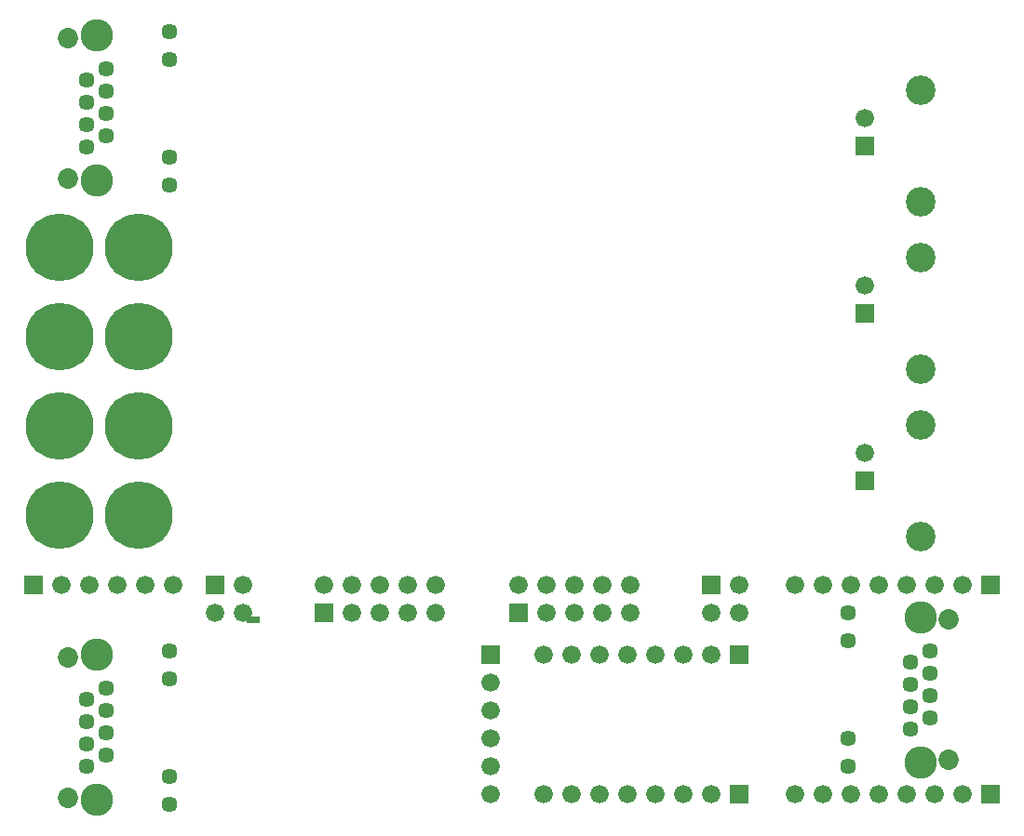
<source format=gbr>
G04 start of page 6 for group -4063 idx -4063 *
G04 Title: (unknown), componentmask *
G04 Creator: pcb 1.99z *
G04 CreationDate: Sat 29 Oct 2016 01:04:33 AM GMT UTC *
G04 For: commonadmin *
G04 Format: Gerber/RS-274X *
G04 PCB-Dimensions (mil): 4000.00 3000.00 *
G04 PCB-Coordinate-Origin: lower left *
%MOIN*%
%FSLAX25Y25*%
%LNTOPMASK*%
%ADD77C,0.2422*%
%ADD76C,0.1060*%
%ADD75C,0.0729*%
%ADD74C,0.1162*%
%ADD73C,0.0572*%
%ADD72C,0.0660*%
%ADD71C,0.0001*%
G54D71*G36*
X351700Y96331D02*Y89731D01*
X358300D01*
Y96331D01*
X351700D01*
G37*
G54D72*X345000Y93031D03*
X335000D03*
X325000D03*
X315000D03*
X305000D03*
X295000D03*
X285000D03*
G54D73*X304016Y73051D03*
X326457Y65571D03*
X333543Y69587D03*
G54D74*X330000Y81516D03*
G54D75*X340039Y80728D03*
G54D73*X304016Y83091D03*
G54D71*G36*
X306700Y133831D02*Y127231D01*
X313300D01*
Y133831D01*
X306700D01*
G37*
G54D72*X310000Y140531D03*
G54D76*X330000Y270531D03*
Y230531D03*
Y210531D03*
Y170531D03*
G54D71*G36*
X306700Y253831D02*Y247231D01*
X313300D01*
Y253831D01*
X306700D01*
G37*
G54D72*X310000Y260531D03*
G54D71*G36*
X306700Y193831D02*Y187231D01*
X313300D01*
Y193831D01*
X306700D01*
G37*
G54D72*X310000Y200531D03*
G54D76*X330000Y150531D03*
Y110531D03*
G54D72*X22500Y93031D03*
G54D77*X21654Y150031D03*
Y182031D03*
Y214031D03*
Y118031D03*
X50000Y182031D03*
G54D73*X60984Y281535D03*
Y246496D03*
Y236457D03*
G54D77*X50000Y214031D03*
G54D73*X60984Y291575D03*
X38543Y278071D03*
X31457Y274055D03*
G54D74*X35000Y290000D03*
G54D75*X24961Y289213D03*
G54D73*X38543Y270039D03*
Y262008D03*
X31457Y266024D03*
X38543Y253976D03*
X31457Y249961D03*
Y257992D03*
G54D74*X35000Y238031D03*
G54D75*X24961Y238819D03*
G54D71*G36*
X74200Y96331D02*Y89731D01*
X80800D01*
Y96331D01*
X74200D01*
G37*
G54D72*X77500Y83031D03*
X87500D03*
Y93031D03*
G54D71*G36*
X9200Y96331D02*Y89731D01*
X15800D01*
Y96331D01*
X9200D01*
G37*
G54D72*X32500Y93031D03*
X42500D03*
X52500D03*
X62500D03*
G54D77*X50000Y150031D03*
Y118031D03*
G54D73*X60984Y59567D03*
Y69606D03*
Y24528D03*
Y14488D03*
X38543Y56102D03*
X31457Y52087D03*
G54D74*X35000Y68031D03*
G54D75*X24961Y67244D03*
G54D73*X38543Y48071D03*
Y40039D03*
X31457Y44055D03*
X38543Y32008D03*
X31457Y27992D03*
Y36024D03*
G54D74*X35000Y16063D03*
G54D75*X24961Y16850D03*
G54D71*G36*
X251700Y96331D02*Y89731D01*
X258300D01*
Y96331D01*
X251700D01*
G37*
G54D72*X255000Y83031D03*
X265000D03*
Y93031D03*
X206000Y83031D03*
Y93031D03*
X216000Y83031D03*
Y93031D03*
X226000Y83031D03*
Y93031D03*
G54D71*G36*
X182700Y86331D02*Y79731D01*
X189300D01*
Y86331D01*
X182700D01*
G37*
G54D72*X186000Y93031D03*
X196000Y83031D03*
Y93031D03*
G54D71*G36*
X113200Y86331D02*Y79731D01*
X119800D01*
Y86331D01*
X113200D01*
G37*
G54D72*X116500Y93031D03*
X126500Y83031D03*
Y93031D03*
X136500Y83031D03*
Y93031D03*
X146500Y83031D03*
Y93031D03*
X156500Y83031D03*
Y93031D03*
G54D71*G36*
X351700Y21331D02*Y14731D01*
X358300D01*
Y21331D01*
X351700D01*
G37*
G36*
X261700D02*Y14731D01*
X268300D01*
Y21331D01*
X261700D01*
G37*
G54D72*X255000Y18031D03*
X245000D03*
X235000D03*
X225000D03*
X215000D03*
X205000D03*
X195000D03*
X176000D03*
X345000D03*
X335000D03*
X325000D03*
X315000D03*
X305000D03*
X295000D03*
X285000D03*
G54D73*X304016Y38012D03*
Y27972D03*
X326457Y41476D03*
Y49508D03*
Y57539D03*
X333543Y61555D03*
Y45492D03*
Y53524D03*
G54D74*X330000Y29547D03*
G54D75*X340039Y30335D03*
G54D71*G36*
X261700Y71331D02*Y64731D01*
X268300D01*
Y71331D01*
X261700D01*
G37*
G54D72*X255000Y68031D03*
X245000D03*
X235000D03*
X225000D03*
X215000D03*
X205000D03*
X195000D03*
G54D71*G36*
X172700Y71331D02*Y64731D01*
X179300D01*
Y71331D01*
X172700D01*
G37*
G54D72*X176000Y58031D03*
Y48031D03*
Y38031D03*
Y28031D03*
G54D71*G36*
X91275Y81618D02*Y79444D01*
X93449D01*
Y81618D01*
X91275D01*
G37*
G36*
X88913D02*Y79444D01*
X91087D01*
Y81618D01*
X88913D01*
G37*
M02*

</source>
